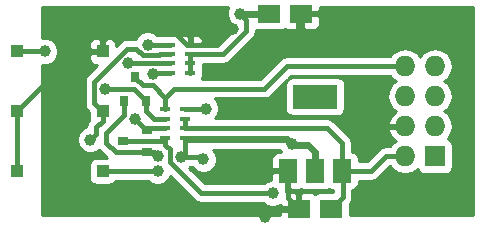
<source format=gtl>
G04 #@! TF.FileFunction,Copper,L1,Top,Signal*
%FSLAX46Y46*%
G04 Gerber Fmt 4.6, Leading zero omitted, Abs format (unit mm)*
G04 Created by KiCad (PCBNEW 4.0.7) date Friday, 20 October 2017 'PMt' 14:22:44*
%MOMM*%
%LPD*%
G01*
G04 APERTURE LIST*
%ADD10C,0.100000*%
%ADD11R,1.950000X1.500000*%
%ADD12R,0.800000X0.900000*%
%ADD13R,0.900000X0.800000*%
%ADD14R,0.900000X0.400000*%
%ADD15R,3.800000X2.000000*%
%ADD16R,1.500000X2.000000*%
%ADD17R,1.000760X1.000760*%
%ADD18R,1.727200X1.727200*%
%ADD19O,1.727200X1.727200*%
%ADD20C,1.000000*%
%ADD21C,0.400000*%
%ADD22C,0.600000*%
%ADD23C,0.254000*%
G04 APERTURE END LIST*
D10*
D11*
X218545000Y-127000000D03*
X215795000Y-127000000D03*
X213255000Y-110490000D03*
X216005000Y-110490000D03*
D12*
X200980000Y-117840000D03*
X202880000Y-117840000D03*
X201930000Y-115840000D03*
D13*
X202930000Y-122235000D03*
X202930000Y-120335000D03*
X200930000Y-121285000D03*
D14*
X206590000Y-114700000D03*
X206590000Y-113900000D03*
X206590000Y-115500000D03*
X206590000Y-113100000D03*
X204890000Y-115500000D03*
X204890000Y-114700000D03*
X204890000Y-113900000D03*
X204890000Y-113100000D03*
X204470000Y-119380000D03*
X204470000Y-120180000D03*
X204470000Y-118580000D03*
X204470000Y-120980000D03*
X206170000Y-118580000D03*
X206170000Y-119380000D03*
X206170000Y-120180000D03*
X206170000Y-120980000D03*
D15*
X217170000Y-117500000D03*
D16*
X217170000Y-123800000D03*
X219470000Y-123800000D03*
X214870000Y-123800000D03*
D17*
X199179180Y-113665000D03*
X191980820Y-113665000D03*
X199179180Y-118745000D03*
X191980820Y-118745000D03*
X199179180Y-123825000D03*
X191980820Y-123825000D03*
D18*
X227330000Y-122555000D03*
D19*
X224790000Y-122555000D03*
X227330000Y-120015000D03*
X224790000Y-120015000D03*
X227330000Y-117475000D03*
X224790000Y-117475000D03*
X227330000Y-114935000D03*
X224790000Y-114935000D03*
D20*
X212726374Y-113509681D03*
X212915133Y-127666784D03*
X210185000Y-111760000D03*
X207707012Y-122800935D03*
X205784149Y-122633148D03*
X207910010Y-118511988D03*
X215264163Y-121542526D03*
X203835000Y-122555000D03*
X210820000Y-110490000D03*
X199390000Y-116840000D03*
X201930000Y-119380000D03*
X213584435Y-125678955D03*
X203450084Y-115605180D03*
X194310000Y-113665000D03*
X201344968Y-114649447D03*
X198128825Y-121144030D03*
X202994674Y-113111185D03*
X203835000Y-123825000D03*
D21*
X223157377Y-122555000D02*
X223647000Y-122555000D01*
X223647000Y-122555000D02*
X224155000Y-122555000D01*
X224790000Y-122555000D02*
X223647000Y-122555000D01*
X219470000Y-123800000D02*
X221912377Y-123800000D01*
X221912377Y-123800000D02*
X223157377Y-122555000D01*
X206170000Y-120180000D02*
X206170750Y-120179250D01*
X206170750Y-120179250D02*
X218221425Y-120179250D01*
X218221425Y-120179250D02*
X219470000Y-121427825D01*
X219470000Y-121427825D02*
X219470000Y-123800000D01*
X206170000Y-119380000D02*
X206170000Y-120180000D01*
X218545000Y-127000000D02*
X219501749Y-126043251D01*
X219501749Y-126043251D02*
X219501749Y-123831749D01*
X219501749Y-123831749D02*
X219470000Y-123800000D01*
X212725000Y-113511055D02*
X212726374Y-113509681D01*
X212725000Y-113545000D02*
X212725000Y-113511055D01*
D22*
X215780000Y-110490000D02*
X215780000Y-112322693D01*
X215780000Y-112322693D02*
X214593012Y-113509681D01*
X214593012Y-113509681D02*
X212760319Y-113509681D01*
X212760319Y-113509681D02*
X212725000Y-113545000D01*
X215795000Y-127000000D02*
X215778394Y-127016606D01*
X215778394Y-127016606D02*
X213565311Y-127016606D01*
X213565311Y-127016606D02*
X213415132Y-127166785D01*
X213415132Y-127166785D02*
X212915133Y-127666784D01*
D21*
X206590000Y-113100000D02*
X206340000Y-113100000D01*
X206340000Y-113100000D02*
X204547465Y-111307465D01*
X204547465Y-111307465D02*
X200636335Y-111307465D01*
X200636335Y-111307465D02*
X199179180Y-112764620D01*
X199179180Y-112764620D02*
X199179180Y-113665000D01*
X191980820Y-118745000D02*
X191980820Y-118692906D01*
X191980820Y-118692906D02*
X197008726Y-113665000D01*
X197008726Y-113665000D02*
X199179180Y-113665000D01*
X191980820Y-123825000D02*
X191980820Y-122924620D01*
X191980820Y-122924620D02*
X191980820Y-118745000D01*
X206590000Y-113100000D02*
X208845000Y-113100000D01*
X208845000Y-113100000D02*
X210185000Y-111760000D01*
X216005000Y-110490000D02*
X215780000Y-110490000D01*
X215795000Y-127000000D02*
X214885968Y-126090968D01*
X214885968Y-126090968D02*
X214885968Y-123815968D01*
X214885968Y-123815968D02*
X214870000Y-123800000D01*
X207539225Y-122633148D02*
X207707012Y-122800935D01*
X205784149Y-122633148D02*
X207539225Y-122633148D01*
X206170000Y-120980000D02*
X206170000Y-122247297D01*
X206170000Y-122247297D02*
X205784149Y-122633148D01*
X206170000Y-120980000D02*
X206647818Y-120980000D01*
X206170000Y-118580000D02*
X207841998Y-118580000D01*
X207841998Y-118580000D02*
X207910010Y-118511988D01*
D22*
X206271110Y-121081110D02*
X214802747Y-121081110D01*
X214802747Y-121081110D02*
X215264163Y-121542526D01*
X217170000Y-123550000D02*
X217170000Y-122168980D01*
X215327084Y-121605447D02*
X215264163Y-121542526D01*
X216606467Y-121605447D02*
X215327084Y-121605447D01*
X217170000Y-122168980D02*
X216606467Y-121605447D01*
D21*
X202930000Y-122235000D02*
X200309998Y-122235000D01*
X200309998Y-122235000D02*
X199471128Y-121396130D01*
X199471128Y-121396130D02*
X199471128Y-120556772D01*
X199471128Y-120556772D02*
X200980000Y-119047900D01*
X200980000Y-119047900D02*
X200980000Y-117840000D01*
X202930000Y-122235000D02*
X203515000Y-122235000D01*
X203515000Y-122235000D02*
X203835000Y-122555000D01*
X211319999Y-110989999D02*
X210820000Y-110490000D01*
X211319999Y-111957005D02*
X211319999Y-110989999D01*
X209377004Y-113900000D02*
X211319999Y-111957005D01*
X206590000Y-113900000D02*
X209377004Y-113900000D01*
X206590000Y-114700000D02*
X206590000Y-115500000D01*
X206590000Y-113900000D02*
X206590000Y-114700000D01*
X217170000Y-123800000D02*
X217170000Y-123550000D01*
D22*
X213255000Y-110490000D02*
X210820000Y-110490000D01*
D21*
X202880000Y-117840000D02*
X201880000Y-116840000D01*
X201880000Y-116840000D02*
X199390000Y-116840000D01*
X204470000Y-119380000D02*
X203570000Y-119380000D01*
X203570000Y-119380000D02*
X202880000Y-118690000D01*
X202880000Y-118690000D02*
X202880000Y-117840000D01*
X222920730Y-114935000D02*
X224790000Y-114935000D01*
X214761678Y-114935000D02*
X222920730Y-114935000D01*
X212870410Y-116826268D02*
X214761678Y-114935000D01*
X205223732Y-116826268D02*
X212870410Y-116826268D01*
X204470000Y-117580000D02*
X205223732Y-116826268D01*
X204470000Y-117580000D02*
X203440836Y-116550836D01*
X203440836Y-116550836D02*
X202590836Y-116550836D01*
X201930000Y-115890000D02*
X201930000Y-115840000D01*
X202590836Y-116550836D02*
X201930000Y-115890000D01*
X204470000Y-118580000D02*
X204470000Y-117580000D01*
X202930000Y-120335000D02*
X202885000Y-120335000D01*
X202885000Y-120335000D02*
X201930000Y-119380000D01*
X204470000Y-120180000D02*
X203085000Y-120180000D01*
X203085000Y-120180000D02*
X202930000Y-120335000D01*
X204863172Y-121973172D02*
X204863172Y-123044177D01*
X204470000Y-120980000D02*
X204470000Y-121580000D01*
X204863172Y-123044177D02*
X207497950Y-125678955D01*
X204470000Y-121580000D02*
X204863172Y-121973172D01*
X212877329Y-125678955D02*
X213584435Y-125678955D01*
X207497950Y-125678955D02*
X212877329Y-125678955D01*
X204470000Y-120980000D02*
X204165000Y-121285000D01*
X204165000Y-121285000D02*
X200930000Y-121285000D01*
X204890000Y-115500000D02*
X203555264Y-115500000D01*
X203555264Y-115500000D02*
X203450084Y-115605180D01*
X191980820Y-113665000D02*
X194310000Y-113665000D01*
X201395521Y-114700000D02*
X201344968Y-114649447D01*
X204890000Y-114700000D02*
X201395521Y-114700000D01*
X201286621Y-113434987D02*
X198489998Y-116231610D01*
X202018120Y-113434987D02*
X201286621Y-113434987D01*
X198489998Y-118055818D02*
X199179180Y-118745000D01*
X198489998Y-116231610D02*
X198489998Y-118055818D01*
X204890000Y-113900000D02*
X204040000Y-113900000D01*
X204040000Y-113900000D02*
X203928813Y-114011187D01*
X203928813Y-114011187D02*
X202594320Y-114011187D01*
X202594320Y-114011187D02*
X202018120Y-113434987D01*
X199179180Y-118745000D02*
X199179180Y-119548365D01*
X199179180Y-119548365D02*
X198628824Y-120098721D01*
X198628824Y-120098721D02*
X198628824Y-120644031D01*
X198628824Y-120644031D02*
X198128825Y-121144030D01*
X204890000Y-113100000D02*
X203005859Y-113100000D01*
X203005859Y-113100000D02*
X202994674Y-113111185D01*
X199179180Y-123825000D02*
X203835000Y-123825000D01*
D23*
G36*
X209685197Y-110263244D02*
X209684803Y-110714775D01*
X209857233Y-111132086D01*
X210176235Y-111451645D01*
X210484999Y-111579856D01*
X210484999Y-111611137D01*
X209031136Y-113065000D01*
X207675000Y-113065000D01*
X207675000Y-112972998D01*
X207543252Y-112972998D01*
X207675000Y-112841250D01*
X207675000Y-112773690D01*
X207578327Y-112540301D01*
X207399698Y-112361673D01*
X207166309Y-112265000D01*
X206875750Y-112265000D01*
X206717000Y-112423750D01*
X206717000Y-113000000D01*
X206737000Y-113000000D01*
X206737000Y-113052560D01*
X206443000Y-113052560D01*
X206443000Y-113000000D01*
X206463000Y-113000000D01*
X206463000Y-112423750D01*
X206304250Y-112265000D01*
X206013691Y-112265000D01*
X205780302Y-112361673D01*
X205738340Y-112403634D01*
X205591890Y-112303569D01*
X205340000Y-112252560D01*
X204440000Y-112252560D01*
X204373887Y-112265000D01*
X203753698Y-112265000D01*
X203638439Y-112149540D01*
X203221430Y-111976382D01*
X202769899Y-111975988D01*
X202352588Y-112148418D01*
X202033029Y-112467420D01*
X201977982Y-112599987D01*
X201286621Y-112599987D01*
X200967080Y-112663548D01*
X200717967Y-112830000D01*
X200696187Y-112844553D01*
X200314560Y-113226180D01*
X200314560Y-113038310D01*
X200217887Y-112804921D01*
X200039258Y-112626293D01*
X199805869Y-112529620D01*
X199464930Y-112529620D01*
X199306180Y-112688370D01*
X199306180Y-113538000D01*
X199326180Y-113538000D01*
X199326180Y-113792000D01*
X199306180Y-113792000D01*
X199306180Y-113812000D01*
X199052180Y-113812000D01*
X199052180Y-113792000D01*
X198202550Y-113792000D01*
X198043800Y-113950750D01*
X198043800Y-114291690D01*
X198140473Y-114525079D01*
X198319102Y-114703707D01*
X198552491Y-114800380D01*
X198740360Y-114800380D01*
X197899564Y-115641176D01*
X197718559Y-115912069D01*
X197654998Y-116231610D01*
X197654998Y-118055818D01*
X197718559Y-118375359D01*
X197874380Y-118608561D01*
X197899564Y-118646252D01*
X198031360Y-118778048D01*
X198031360Y-119245380D01*
X198074109Y-119472568D01*
X198038390Y-119508287D01*
X197857385Y-119779180D01*
X197803434Y-120050407D01*
X197486739Y-120181263D01*
X197167180Y-120500265D01*
X196994022Y-120917274D01*
X196993628Y-121368805D01*
X197166058Y-121786116D01*
X197485060Y-122105675D01*
X197902069Y-122278833D01*
X198353600Y-122279227D01*
X198770911Y-122106797D01*
X198886019Y-121991889D01*
X199571310Y-122677180D01*
X198678800Y-122677180D01*
X198443483Y-122721458D01*
X198227359Y-122860530D01*
X198082369Y-123072730D01*
X198031360Y-123324620D01*
X198031360Y-124325380D01*
X198075638Y-124560697D01*
X198214710Y-124776821D01*
X198426910Y-124921811D01*
X198678800Y-124972820D01*
X199679560Y-124972820D01*
X199914877Y-124928542D01*
X200131001Y-124789470D01*
X200219464Y-124660000D01*
X203064811Y-124660000D01*
X203191235Y-124786645D01*
X203608244Y-124959803D01*
X204059775Y-124960197D01*
X204477086Y-124787767D01*
X204796645Y-124468765D01*
X204887673Y-124249546D01*
X206907516Y-126269389D01*
X207178410Y-126450395D01*
X207497950Y-126513955D01*
X212814246Y-126513955D01*
X212940670Y-126640600D01*
X213357679Y-126813758D01*
X213809210Y-126814152D01*
X214185000Y-126658878D01*
X214185000Y-126714250D01*
X214343750Y-126873000D01*
X215668000Y-126873000D01*
X215668000Y-125773750D01*
X215509250Y-125615000D01*
X214719492Y-125615000D01*
X214719632Y-125454180D01*
X214674441Y-125344809D01*
X214743000Y-125276250D01*
X214743000Y-123927000D01*
X213643750Y-123927000D01*
X213485000Y-124085750D01*
X213485000Y-124543867D01*
X213359660Y-124543758D01*
X212942349Y-124716188D01*
X212814359Y-124843955D01*
X207843818Y-124843955D01*
X206511080Y-123511217D01*
X206554225Y-123468148D01*
X206769328Y-123468148D01*
X207063247Y-123762580D01*
X207480256Y-123935738D01*
X207931787Y-123936132D01*
X208349098Y-123763702D01*
X208668657Y-123444700D01*
X208841815Y-123027691D01*
X208842209Y-122576160D01*
X208669779Y-122158849D01*
X208527289Y-122016110D01*
X214231772Y-122016110D01*
X214293292Y-122165000D01*
X213993690Y-122165000D01*
X213760301Y-122261673D01*
X213581673Y-122440302D01*
X213485000Y-122673691D01*
X213485000Y-123514250D01*
X213643750Y-123673000D01*
X214743000Y-123673000D01*
X214743000Y-123653000D01*
X214997000Y-123653000D01*
X214997000Y-123673000D01*
X215017000Y-123673000D01*
X215017000Y-123927000D01*
X214997000Y-123927000D01*
X214997000Y-125276250D01*
X215155750Y-125435000D01*
X215746310Y-125435000D01*
X215979699Y-125338327D01*
X216021660Y-125296366D01*
X216168110Y-125396431D01*
X216420000Y-125447440D01*
X217920000Y-125447440D01*
X218155317Y-125403162D01*
X218321477Y-125296241D01*
X218468110Y-125396431D01*
X218666749Y-125436656D01*
X218666749Y-125602560D01*
X217570000Y-125602560D01*
X217334683Y-125646838D01*
X217170507Y-125752482D01*
X217129698Y-125711673D01*
X216896309Y-125615000D01*
X216080750Y-125615000D01*
X215922000Y-125773750D01*
X215922000Y-126873000D01*
X215942000Y-126873000D01*
X215942000Y-127127000D01*
X215922000Y-127127000D01*
X215922000Y-127147000D01*
X215668000Y-127147000D01*
X215668000Y-127127000D01*
X214343750Y-127127000D01*
X214185000Y-127285750D01*
X214185000Y-127560000D01*
X194056000Y-127560000D01*
X194056000Y-114788490D01*
X194083244Y-114799803D01*
X194534775Y-114800197D01*
X194952086Y-114627767D01*
X195271645Y-114308765D01*
X195444803Y-113891756D01*
X195445197Y-113440225D01*
X195279129Y-113038310D01*
X198043800Y-113038310D01*
X198043800Y-113379250D01*
X198202550Y-113538000D01*
X199052180Y-113538000D01*
X199052180Y-112688370D01*
X198893430Y-112529620D01*
X198552491Y-112529620D01*
X198319102Y-112626293D01*
X198140473Y-112804921D01*
X198043800Y-113038310D01*
X195279129Y-113038310D01*
X195272767Y-113022914D01*
X194953765Y-112703355D01*
X194536756Y-112530197D01*
X194085225Y-112529803D01*
X194056000Y-112541879D01*
X194056000Y-109930000D01*
X209823573Y-109930000D01*
X209685197Y-110263244D01*
X209685197Y-110263244D01*
G37*
X209685197Y-110263244D02*
X209684803Y-110714775D01*
X209857233Y-111132086D01*
X210176235Y-111451645D01*
X210484999Y-111579856D01*
X210484999Y-111611137D01*
X209031136Y-113065000D01*
X207675000Y-113065000D01*
X207675000Y-112972998D01*
X207543252Y-112972998D01*
X207675000Y-112841250D01*
X207675000Y-112773690D01*
X207578327Y-112540301D01*
X207399698Y-112361673D01*
X207166309Y-112265000D01*
X206875750Y-112265000D01*
X206717000Y-112423750D01*
X206717000Y-113000000D01*
X206737000Y-113000000D01*
X206737000Y-113052560D01*
X206443000Y-113052560D01*
X206443000Y-113000000D01*
X206463000Y-113000000D01*
X206463000Y-112423750D01*
X206304250Y-112265000D01*
X206013691Y-112265000D01*
X205780302Y-112361673D01*
X205738340Y-112403634D01*
X205591890Y-112303569D01*
X205340000Y-112252560D01*
X204440000Y-112252560D01*
X204373887Y-112265000D01*
X203753698Y-112265000D01*
X203638439Y-112149540D01*
X203221430Y-111976382D01*
X202769899Y-111975988D01*
X202352588Y-112148418D01*
X202033029Y-112467420D01*
X201977982Y-112599987D01*
X201286621Y-112599987D01*
X200967080Y-112663548D01*
X200717967Y-112830000D01*
X200696187Y-112844553D01*
X200314560Y-113226180D01*
X200314560Y-113038310D01*
X200217887Y-112804921D01*
X200039258Y-112626293D01*
X199805869Y-112529620D01*
X199464930Y-112529620D01*
X199306180Y-112688370D01*
X199306180Y-113538000D01*
X199326180Y-113538000D01*
X199326180Y-113792000D01*
X199306180Y-113792000D01*
X199306180Y-113812000D01*
X199052180Y-113812000D01*
X199052180Y-113792000D01*
X198202550Y-113792000D01*
X198043800Y-113950750D01*
X198043800Y-114291690D01*
X198140473Y-114525079D01*
X198319102Y-114703707D01*
X198552491Y-114800380D01*
X198740360Y-114800380D01*
X197899564Y-115641176D01*
X197718559Y-115912069D01*
X197654998Y-116231610D01*
X197654998Y-118055818D01*
X197718559Y-118375359D01*
X197874380Y-118608561D01*
X197899564Y-118646252D01*
X198031360Y-118778048D01*
X198031360Y-119245380D01*
X198074109Y-119472568D01*
X198038390Y-119508287D01*
X197857385Y-119779180D01*
X197803434Y-120050407D01*
X197486739Y-120181263D01*
X197167180Y-120500265D01*
X196994022Y-120917274D01*
X196993628Y-121368805D01*
X197166058Y-121786116D01*
X197485060Y-122105675D01*
X197902069Y-122278833D01*
X198353600Y-122279227D01*
X198770911Y-122106797D01*
X198886019Y-121991889D01*
X199571310Y-122677180D01*
X198678800Y-122677180D01*
X198443483Y-122721458D01*
X198227359Y-122860530D01*
X198082369Y-123072730D01*
X198031360Y-123324620D01*
X198031360Y-124325380D01*
X198075638Y-124560697D01*
X198214710Y-124776821D01*
X198426910Y-124921811D01*
X198678800Y-124972820D01*
X199679560Y-124972820D01*
X199914877Y-124928542D01*
X200131001Y-124789470D01*
X200219464Y-124660000D01*
X203064811Y-124660000D01*
X203191235Y-124786645D01*
X203608244Y-124959803D01*
X204059775Y-124960197D01*
X204477086Y-124787767D01*
X204796645Y-124468765D01*
X204887673Y-124249546D01*
X206907516Y-126269389D01*
X207178410Y-126450395D01*
X207497950Y-126513955D01*
X212814246Y-126513955D01*
X212940670Y-126640600D01*
X213357679Y-126813758D01*
X213809210Y-126814152D01*
X214185000Y-126658878D01*
X214185000Y-126714250D01*
X214343750Y-126873000D01*
X215668000Y-126873000D01*
X215668000Y-125773750D01*
X215509250Y-125615000D01*
X214719492Y-125615000D01*
X214719632Y-125454180D01*
X214674441Y-125344809D01*
X214743000Y-125276250D01*
X214743000Y-123927000D01*
X213643750Y-123927000D01*
X213485000Y-124085750D01*
X213485000Y-124543867D01*
X213359660Y-124543758D01*
X212942349Y-124716188D01*
X212814359Y-124843955D01*
X207843818Y-124843955D01*
X206511080Y-123511217D01*
X206554225Y-123468148D01*
X206769328Y-123468148D01*
X207063247Y-123762580D01*
X207480256Y-123935738D01*
X207931787Y-123936132D01*
X208349098Y-123763702D01*
X208668657Y-123444700D01*
X208841815Y-123027691D01*
X208842209Y-122576160D01*
X208669779Y-122158849D01*
X208527289Y-122016110D01*
X214231772Y-122016110D01*
X214293292Y-122165000D01*
X213993690Y-122165000D01*
X213760301Y-122261673D01*
X213581673Y-122440302D01*
X213485000Y-122673691D01*
X213485000Y-123514250D01*
X213643750Y-123673000D01*
X214743000Y-123673000D01*
X214743000Y-123653000D01*
X214997000Y-123653000D01*
X214997000Y-123673000D01*
X215017000Y-123673000D01*
X215017000Y-123927000D01*
X214997000Y-123927000D01*
X214997000Y-125276250D01*
X215155750Y-125435000D01*
X215746310Y-125435000D01*
X215979699Y-125338327D01*
X216021660Y-125296366D01*
X216168110Y-125396431D01*
X216420000Y-125447440D01*
X217920000Y-125447440D01*
X218155317Y-125403162D01*
X218321477Y-125296241D01*
X218468110Y-125396431D01*
X218666749Y-125436656D01*
X218666749Y-125602560D01*
X217570000Y-125602560D01*
X217334683Y-125646838D01*
X217170507Y-125752482D01*
X217129698Y-125711673D01*
X216896309Y-125615000D01*
X216080750Y-125615000D01*
X215922000Y-125773750D01*
X215922000Y-126873000D01*
X215942000Y-126873000D01*
X215942000Y-127127000D01*
X215922000Y-127127000D01*
X215922000Y-127147000D01*
X215668000Y-127147000D01*
X215668000Y-127127000D01*
X214343750Y-127127000D01*
X214185000Y-127285750D01*
X214185000Y-127560000D01*
X194056000Y-127560000D01*
X194056000Y-114788490D01*
X194083244Y-114799803D01*
X194534775Y-114800197D01*
X194952086Y-114627767D01*
X195271645Y-114308765D01*
X195444803Y-113891756D01*
X195445197Y-113440225D01*
X195279129Y-113038310D01*
X198043800Y-113038310D01*
X198043800Y-113379250D01*
X198202550Y-113538000D01*
X199052180Y-113538000D01*
X199052180Y-112688370D01*
X198893430Y-112529620D01*
X198552491Y-112529620D01*
X198319102Y-112626293D01*
X198140473Y-112804921D01*
X198043800Y-113038310D01*
X195279129Y-113038310D01*
X195272767Y-113022914D01*
X194953765Y-112703355D01*
X194536756Y-112530197D01*
X194085225Y-112529803D01*
X194056000Y-112541879D01*
X194056000Y-109930000D01*
X209823573Y-109930000D01*
X209685197Y-110263244D01*
G36*
X230557000Y-127560000D02*
X220167440Y-127560000D01*
X220167440Y-126521055D01*
X220172184Y-126513955D01*
X220273188Y-126362792D01*
X220336749Y-126043251D01*
X220336749Y-125425472D01*
X220455317Y-125403162D01*
X220671441Y-125264090D01*
X220816431Y-125051890D01*
X220867440Y-124800000D01*
X220867440Y-124635000D01*
X221912377Y-124635000D01*
X222231918Y-124571439D01*
X222502811Y-124390434D01*
X223503245Y-123390000D01*
X223560593Y-123390000D01*
X223730330Y-123644029D01*
X224216511Y-123968885D01*
X224790000Y-124082959D01*
X225363489Y-123968885D01*
X225849670Y-123644029D01*
X225858805Y-123630358D01*
X225863238Y-123653917D01*
X226002310Y-123870041D01*
X226214510Y-124015031D01*
X226466400Y-124066040D01*
X228193600Y-124066040D01*
X228428917Y-124021762D01*
X228645041Y-123882690D01*
X228790031Y-123670490D01*
X228841040Y-123418600D01*
X228841040Y-121691400D01*
X228796762Y-121456083D01*
X228657690Y-121239959D01*
X228445490Y-121094969D01*
X228401655Y-121086092D01*
X228714526Y-120617848D01*
X228828600Y-120044359D01*
X228828600Y-119985641D01*
X228714526Y-119412152D01*
X228389670Y-118925971D01*
X228118828Y-118745000D01*
X228389670Y-118564029D01*
X228714526Y-118077848D01*
X228828600Y-117504359D01*
X228828600Y-117445641D01*
X228714526Y-116872152D01*
X228389670Y-116385971D01*
X228118828Y-116205000D01*
X228389670Y-116024029D01*
X228714526Y-115537848D01*
X228828600Y-114964359D01*
X228828600Y-114905641D01*
X228714526Y-114332152D01*
X228389670Y-113845971D01*
X227903489Y-113521115D01*
X227330000Y-113407041D01*
X226756511Y-113521115D01*
X226270330Y-113845971D01*
X226060000Y-114160752D01*
X225849670Y-113845971D01*
X225363489Y-113521115D01*
X224790000Y-113407041D01*
X224216511Y-113521115D01*
X223730330Y-113845971D01*
X223560593Y-114100000D01*
X214761678Y-114100000D01*
X214442137Y-114163561D01*
X214227337Y-114307086D01*
X214171244Y-114344566D01*
X212524542Y-115991268D01*
X207609525Y-115991268D01*
X207636431Y-115951890D01*
X207687440Y-115700000D01*
X207687440Y-115300000D01*
X207648426Y-115092658D01*
X207687440Y-114900000D01*
X207687440Y-114735000D01*
X209377004Y-114735000D01*
X209696545Y-114671439D01*
X209967438Y-114490434D01*
X211910433Y-112547439D01*
X211963900Y-112467420D01*
X212091438Y-112276546D01*
X212154999Y-111957005D01*
X212154999Y-111862127D01*
X212280000Y-111887440D01*
X214230000Y-111887440D01*
X214465317Y-111843162D01*
X214629493Y-111737518D01*
X214670302Y-111778327D01*
X214903691Y-111875000D01*
X215719250Y-111875000D01*
X215878000Y-111716250D01*
X215878000Y-110617000D01*
X216132000Y-110617000D01*
X216132000Y-111716250D01*
X216290750Y-111875000D01*
X217106309Y-111875000D01*
X217339698Y-111778327D01*
X217518327Y-111599699D01*
X217615000Y-111366310D01*
X217615000Y-110775750D01*
X217456250Y-110617000D01*
X216132000Y-110617000D01*
X215878000Y-110617000D01*
X215858000Y-110617000D01*
X215858000Y-110363000D01*
X215878000Y-110363000D01*
X215878000Y-110343000D01*
X216132000Y-110343000D01*
X216132000Y-110363000D01*
X217456250Y-110363000D01*
X217615000Y-110204250D01*
X217615000Y-109930000D01*
X230557000Y-109930000D01*
X230557000Y-127560000D01*
X230557000Y-127560000D01*
G37*
X230557000Y-127560000D02*
X220167440Y-127560000D01*
X220167440Y-126521055D01*
X220172184Y-126513955D01*
X220273188Y-126362792D01*
X220336749Y-126043251D01*
X220336749Y-125425472D01*
X220455317Y-125403162D01*
X220671441Y-125264090D01*
X220816431Y-125051890D01*
X220867440Y-124800000D01*
X220867440Y-124635000D01*
X221912377Y-124635000D01*
X222231918Y-124571439D01*
X222502811Y-124390434D01*
X223503245Y-123390000D01*
X223560593Y-123390000D01*
X223730330Y-123644029D01*
X224216511Y-123968885D01*
X224790000Y-124082959D01*
X225363489Y-123968885D01*
X225849670Y-123644029D01*
X225858805Y-123630358D01*
X225863238Y-123653917D01*
X226002310Y-123870041D01*
X226214510Y-124015031D01*
X226466400Y-124066040D01*
X228193600Y-124066040D01*
X228428917Y-124021762D01*
X228645041Y-123882690D01*
X228790031Y-123670490D01*
X228841040Y-123418600D01*
X228841040Y-121691400D01*
X228796762Y-121456083D01*
X228657690Y-121239959D01*
X228445490Y-121094969D01*
X228401655Y-121086092D01*
X228714526Y-120617848D01*
X228828600Y-120044359D01*
X228828600Y-119985641D01*
X228714526Y-119412152D01*
X228389670Y-118925971D01*
X228118828Y-118745000D01*
X228389670Y-118564029D01*
X228714526Y-118077848D01*
X228828600Y-117504359D01*
X228828600Y-117445641D01*
X228714526Y-116872152D01*
X228389670Y-116385971D01*
X228118828Y-116205000D01*
X228389670Y-116024029D01*
X228714526Y-115537848D01*
X228828600Y-114964359D01*
X228828600Y-114905641D01*
X228714526Y-114332152D01*
X228389670Y-113845971D01*
X227903489Y-113521115D01*
X227330000Y-113407041D01*
X226756511Y-113521115D01*
X226270330Y-113845971D01*
X226060000Y-114160752D01*
X225849670Y-113845971D01*
X225363489Y-113521115D01*
X224790000Y-113407041D01*
X224216511Y-113521115D01*
X223730330Y-113845971D01*
X223560593Y-114100000D01*
X214761678Y-114100000D01*
X214442137Y-114163561D01*
X214227337Y-114307086D01*
X214171244Y-114344566D01*
X212524542Y-115991268D01*
X207609525Y-115991268D01*
X207636431Y-115951890D01*
X207687440Y-115700000D01*
X207687440Y-115300000D01*
X207648426Y-115092658D01*
X207687440Y-114900000D01*
X207687440Y-114735000D01*
X209377004Y-114735000D01*
X209696545Y-114671439D01*
X209967438Y-114490434D01*
X211910433Y-112547439D01*
X211963900Y-112467420D01*
X212091438Y-112276546D01*
X212154999Y-111957005D01*
X212154999Y-111862127D01*
X212280000Y-111887440D01*
X214230000Y-111887440D01*
X214465317Y-111843162D01*
X214629493Y-111737518D01*
X214670302Y-111778327D01*
X214903691Y-111875000D01*
X215719250Y-111875000D01*
X215878000Y-111716250D01*
X215878000Y-110617000D01*
X216132000Y-110617000D01*
X216132000Y-111716250D01*
X216290750Y-111875000D01*
X217106309Y-111875000D01*
X217339698Y-111778327D01*
X217518327Y-111599699D01*
X217615000Y-111366310D01*
X217615000Y-110775750D01*
X217456250Y-110617000D01*
X216132000Y-110617000D01*
X215878000Y-110617000D01*
X215858000Y-110617000D01*
X215858000Y-110363000D01*
X215878000Y-110363000D01*
X215878000Y-110343000D01*
X216132000Y-110343000D01*
X216132000Y-110363000D01*
X217456250Y-110363000D01*
X217615000Y-110204250D01*
X217615000Y-109930000D01*
X230557000Y-109930000D01*
X230557000Y-127560000D01*
G36*
X223730330Y-116024029D02*
X224001172Y-116205000D01*
X223730330Y-116385971D01*
X223405474Y-116872152D01*
X223291400Y-117445641D01*
X223291400Y-117504359D01*
X223405474Y-118077848D01*
X223730330Y-118564029D01*
X224001161Y-118744992D01*
X223583179Y-119126510D01*
X223335032Y-119655973D01*
X223455531Y-119888000D01*
X224663000Y-119888000D01*
X224663000Y-119868000D01*
X224917000Y-119868000D01*
X224917000Y-119888000D01*
X224937000Y-119888000D01*
X224937000Y-120142000D01*
X224917000Y-120142000D01*
X224917000Y-120162000D01*
X224663000Y-120162000D01*
X224663000Y-120142000D01*
X223455531Y-120142000D01*
X223335032Y-120374027D01*
X223583179Y-120903490D01*
X224001161Y-121285008D01*
X223730330Y-121465971D01*
X223560593Y-121720000D01*
X223157377Y-121720000D01*
X222837836Y-121783561D01*
X222622032Y-121927757D01*
X222566943Y-121964566D01*
X221566509Y-122965000D01*
X220867440Y-122965000D01*
X220867440Y-122800000D01*
X220823162Y-122564683D01*
X220684090Y-122348559D01*
X220471890Y-122203569D01*
X220305000Y-122169773D01*
X220305000Y-121427825D01*
X220299465Y-121400000D01*
X220241440Y-121108285D01*
X220060434Y-120837391D01*
X218811859Y-119588816D01*
X218721678Y-119528559D01*
X218540966Y-119407811D01*
X218221425Y-119344250D01*
X208682829Y-119344250D01*
X208871655Y-119155753D01*
X209044813Y-118738744D01*
X209045207Y-118287213D01*
X208872777Y-117869902D01*
X208664507Y-117661268D01*
X212870410Y-117661268D01*
X213189951Y-117597707D01*
X213460844Y-117416702D01*
X214768776Y-116108770D01*
X214673569Y-116248110D01*
X214622560Y-116500000D01*
X214622560Y-118500000D01*
X214666838Y-118735317D01*
X214805910Y-118951441D01*
X215018110Y-119096431D01*
X215270000Y-119147440D01*
X219070000Y-119147440D01*
X219305317Y-119103162D01*
X219521441Y-118964090D01*
X219666431Y-118751890D01*
X219717440Y-118500000D01*
X219717440Y-116500000D01*
X219673162Y-116264683D01*
X219534090Y-116048559D01*
X219321890Y-115903569D01*
X219070000Y-115852560D01*
X215270000Y-115852560D01*
X215034683Y-115896838D01*
X214883288Y-115994258D01*
X215107546Y-115770000D01*
X223560593Y-115770000D01*
X223730330Y-116024029D01*
X223730330Y-116024029D01*
G37*
X223730330Y-116024029D02*
X224001172Y-116205000D01*
X223730330Y-116385971D01*
X223405474Y-116872152D01*
X223291400Y-117445641D01*
X223291400Y-117504359D01*
X223405474Y-118077848D01*
X223730330Y-118564029D01*
X224001161Y-118744992D01*
X223583179Y-119126510D01*
X223335032Y-119655973D01*
X223455531Y-119888000D01*
X224663000Y-119888000D01*
X224663000Y-119868000D01*
X224917000Y-119868000D01*
X224917000Y-119888000D01*
X224937000Y-119888000D01*
X224937000Y-120142000D01*
X224917000Y-120142000D01*
X224917000Y-120162000D01*
X224663000Y-120162000D01*
X224663000Y-120142000D01*
X223455531Y-120142000D01*
X223335032Y-120374027D01*
X223583179Y-120903490D01*
X224001161Y-121285008D01*
X223730330Y-121465971D01*
X223560593Y-121720000D01*
X223157377Y-121720000D01*
X222837836Y-121783561D01*
X222622032Y-121927757D01*
X222566943Y-121964566D01*
X221566509Y-122965000D01*
X220867440Y-122965000D01*
X220867440Y-122800000D01*
X220823162Y-122564683D01*
X220684090Y-122348559D01*
X220471890Y-122203569D01*
X220305000Y-122169773D01*
X220305000Y-121427825D01*
X220299465Y-121400000D01*
X220241440Y-121108285D01*
X220060434Y-120837391D01*
X218811859Y-119588816D01*
X218721678Y-119528559D01*
X218540966Y-119407811D01*
X218221425Y-119344250D01*
X208682829Y-119344250D01*
X208871655Y-119155753D01*
X209044813Y-118738744D01*
X209045207Y-118287213D01*
X208872777Y-117869902D01*
X208664507Y-117661268D01*
X212870410Y-117661268D01*
X213189951Y-117597707D01*
X213460844Y-117416702D01*
X214768776Y-116108770D01*
X214673569Y-116248110D01*
X214622560Y-116500000D01*
X214622560Y-118500000D01*
X214666838Y-118735317D01*
X214805910Y-118951441D01*
X215018110Y-119096431D01*
X215270000Y-119147440D01*
X219070000Y-119147440D01*
X219305317Y-119103162D01*
X219521441Y-118964090D01*
X219666431Y-118751890D01*
X219717440Y-118500000D01*
X219717440Y-116500000D01*
X219673162Y-116264683D01*
X219534090Y-116048559D01*
X219321890Y-115903569D01*
X219070000Y-115852560D01*
X215270000Y-115852560D01*
X215034683Y-115896838D01*
X214883288Y-115994258D01*
X215107546Y-115770000D01*
X223560593Y-115770000D01*
X223730330Y-116024029D01*
M02*

</source>
